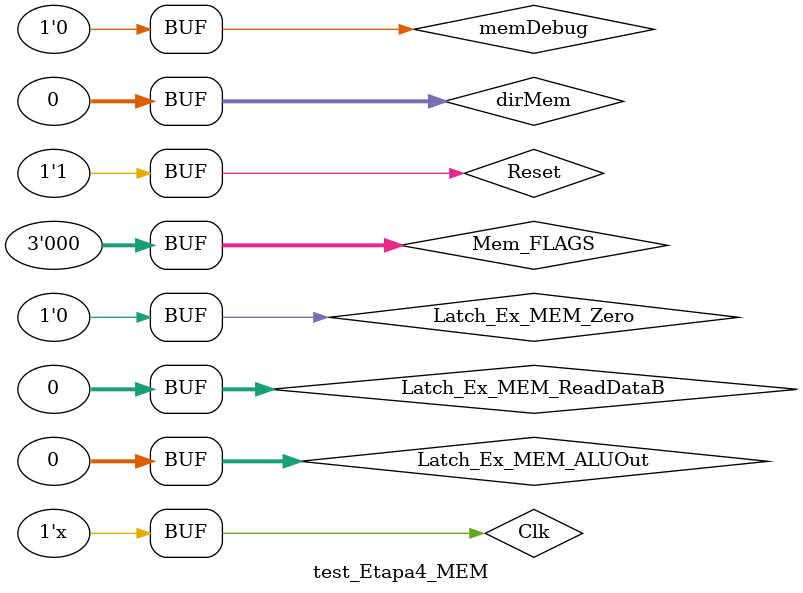
<source format=v>
`timescale 1ns / 1ps


module test_Etapa4_MEM;

    // Inputs
    reg Clk; 
    reg Reset;
    reg Latch_Ex_MEM_Zero;
    reg [2:0] Mem_FLAGS;
    reg [31:0] Latch_Ex_MEM_ALUOut;    
    reg [31:0] dirMem;                 
    reg memDebug;               
    reg [31:0]     Latch_Ex_MEM_ReadDataB;
	// Outputs
    wire [31:0] E4_DataOut;
    wire PCScr;
    
    // Instantiate the Unit Under Test (UUT)
    Etapa4_MEM uut (
        .Clk(Clk), 
        .Reset(Reset), 
        .Latch_Ex_MEM_Zero(Latch_Ex_MEM_Zero),
        .Mem_FLAGS(Mem_FLAGS),
        .Latch_Ex_MEM_ALUOut(Latch_Ex_MEM_ALUOut),
        .dirMem(dirMem),
        .memDebug(memDebug),
        .Latch_Ex_MEM_ReadDataB(Latch_Ex_MEM_ReadDataB),
        .E4_DataOut(E4_DataOut),
        .PCScr(PCScr)
    );
    
    initial begin
        // Initialize Inputs
        Clk = 1;
        Reset = 1;
        Latch_Ex_MEM_Zero=0;
        Mem_FLAGS= 3'b000;
        Latch_Ex_MEM_ALUOut = 32'h00000000;    
        dirMem = 32'h00000000;                 
        memDebug =0;               
        Latch_Ex_MEM_ReadDataB = 32'h00000000;          
    end

    always begin //clock de la placa 50Mhz
        #10 Clk=~Clk;
    end 

endmodule

</source>
